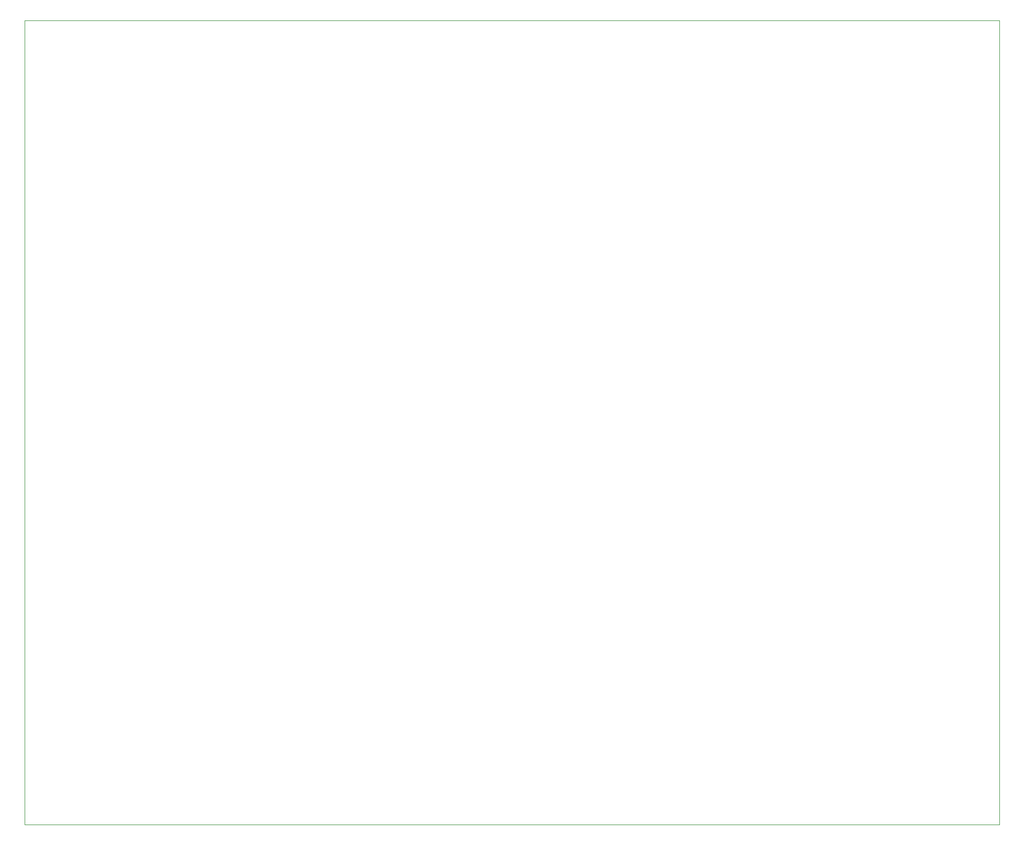
<source format=gbr>
%TF.GenerationSoftware,KiCad,Pcbnew,7.0.2*%
%TF.CreationDate,2023-08-01T13:01:46+02:00*%
%TF.ProjectId,jv_thesis,6a765f74-6865-4736-9973-2e6b69636164,rev?*%
%TF.SameCoordinates,Original*%
%TF.FileFunction,Profile,NP*%
%FSLAX46Y46*%
G04 Gerber Fmt 4.6, Leading zero omitted, Abs format (unit mm)*
G04 Created by KiCad (PCBNEW 7.0.2) date 2023-08-01 13:01:46*
%MOMM*%
%LPD*%
G01*
G04 APERTURE LIST*
%TA.AperFunction,Profile*%
%ADD10C,0.100000*%
%TD*%
G04 APERTURE END LIST*
D10*
X54540000Y-33175000D02*
X212040000Y-33175000D01*
X212040000Y-163175000D01*
X54540000Y-163175000D01*
X54540000Y-33175000D01*
M02*

</source>
